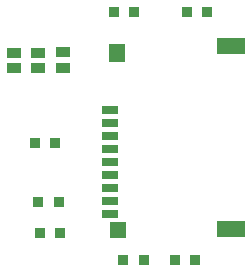
<source format=gtp>
G04*
G04 #@! TF.GenerationSoftware,Altium Limited,Altium Designer,22.3.1 (43)*
G04*
G04 Layer_Color=8421504*
%FSLAX25Y25*%
%MOIN*%
G70*
G04*
G04 #@! TF.SameCoordinates,B0CD7CAE-3E36-43F7-B439-C09FFECED3EA*
G04*
G04*
G04 #@! TF.FilePolarity,Positive*
G04*
G01*
G75*
%ADD13R,0.09449X0.05512*%
%ADD14R,0.05512X0.06299*%
%ADD15R,0.05512X0.02756*%
%ADD16R,0.05433X0.05433*%
%ADD17R,0.03347X0.03347*%
%ADD18R,0.05118X0.03543*%
D13*
X102657Y27264D02*
D03*
Y88287D02*
D03*
D14*
X64862Y86024D02*
D03*
D15*
X62500Y67028D02*
D03*
Y62697D02*
D03*
Y41043D02*
D03*
Y45374D02*
D03*
Y49705D02*
D03*
Y54035D02*
D03*
Y58366D02*
D03*
Y36713D02*
D03*
Y32382D02*
D03*
D16*
X65158Y26870D02*
D03*
D17*
X43996Y55905D02*
D03*
X37303D02*
D03*
X90748Y16732D02*
D03*
X84055D02*
D03*
X66929Y16929D02*
D03*
X73622D02*
D03*
X88189Y99705D02*
D03*
X94882D02*
D03*
X63779Y99508D02*
D03*
X70473D02*
D03*
X38583Y36083D02*
D03*
X45276D02*
D03*
X38937Y26024D02*
D03*
X45630D02*
D03*
D18*
X46850Y81004D02*
D03*
Y86122D02*
D03*
X30315Y86024D02*
D03*
Y80905D02*
D03*
X38583Y86024D02*
D03*
Y80905D02*
D03*
M02*

</source>
